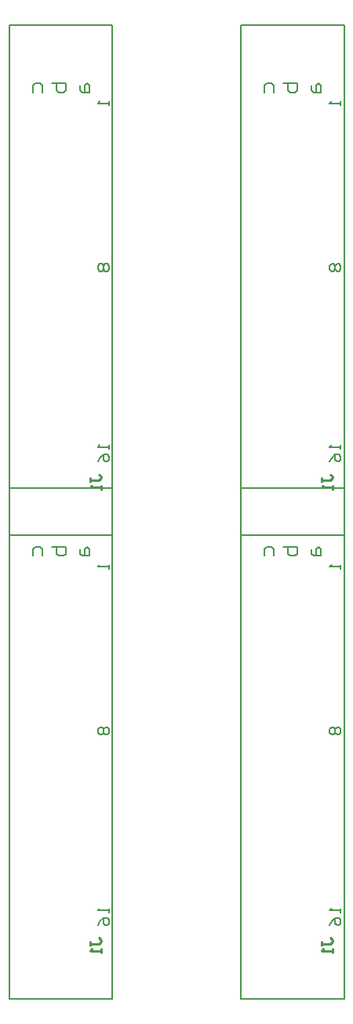
<source format=gbo>
%FSLAX23Y23*%
%MOIN*%
G70*
G01*
G75*
G04 Layer_Color=32896*
%ADD10C,0.015*%
%ADD11C,0.025*%
%ADD12C,0.120*%
%ADD13C,0.055*%
%ADD14C,0.065*%
%ADD15R,0.065X0.065*%
%ADD16C,0.059*%
%ADD17R,0.059X0.059*%
%ADD18C,0.020*%
%ADD19C,0.008*%
%ADD20C,0.010*%
%ADD21C,0.128*%
%ADD22C,0.063*%
%ADD23C,0.073*%
%ADD24R,0.073X0.073*%
%ADD25C,0.067*%
%ADD26R,0.067X0.067*%
%ADD27C,0.006*%
D19*
X446Y-106D02*
Y2062D01*
X884Y-106D02*
Y2062D01*
X446D02*
X884D01*
X450Y-106D02*
X884D01*
X1431D02*
Y2062D01*
X1868Y-106D02*
Y2062D01*
X1431D02*
X1868D01*
X1434Y-106D02*
X1868D01*
X446Y1863D02*
Y4030D01*
X884Y1863D02*
Y4030D01*
X446D02*
X884D01*
X450Y1863D02*
X884D01*
X1431D02*
Y4030D01*
X1868Y1863D02*
Y4030D01*
X1431D02*
X1868D01*
X1434Y1863D02*
X1868D01*
D20*
X788Y120D02*
Y136D01*
Y128D01*
X827D01*
X835Y136D01*
Y144D01*
X827Y152D01*
X835Y105D02*
Y89D01*
Y97D01*
X788D01*
X796Y105D01*
X1772Y120D02*
Y136D01*
Y128D01*
X1811D01*
X1819Y136D01*
Y144D01*
X1811Y152D01*
X1819Y105D02*
Y89D01*
Y97D01*
X1772D01*
X1780Y105D01*
X788Y2089D02*
Y2105D01*
Y2097D01*
X827D01*
X835Y2105D01*
Y2113D01*
X827Y2120D01*
X835Y2073D02*
Y2057D01*
Y2065D01*
X788D01*
X796Y2073D01*
X1772Y2089D02*
Y2105D01*
Y2097D01*
X1811D01*
X1819Y2105D01*
Y2113D01*
X1811Y2120D01*
X1819Y2073D02*
Y2057D01*
Y2065D01*
X1772D01*
X1780Y2073D01*
D27*
X870Y1737D02*
Y1721D01*
Y1729D01*
X823D01*
X831Y1737D01*
X745Y1804D02*
Y1784D01*
X755Y1775D01*
X785D01*
Y1804D01*
X775Y1814D01*
X765Y1804D01*
Y1775D01*
X626Y1814D02*
X685D01*
Y1784D01*
X675Y1775D01*
X665D01*
X655D01*
X645Y1784D01*
Y1814D01*
X545Y1775D02*
Y1804D01*
X555Y1814D01*
X575D01*
X585Y1804D01*
Y1775D01*
X831Y1047D02*
X823Y1039D01*
Y1023D01*
X831Y1015D01*
X839D01*
X846Y1023D01*
X854Y1015D01*
X862D01*
X870Y1023D01*
Y1039D01*
X862Y1047D01*
X854D01*
X846Y1039D01*
X839Y1047D01*
X831D01*
X846Y1039D02*
Y1023D01*
X870Y277D02*
Y261D01*
Y269D01*
X823D01*
X831Y277D01*
X823Y206D02*
X831Y222D01*
X846Y238D01*
X862D01*
X870Y230D01*
Y214D01*
X862Y206D01*
X854D01*
X846Y214D01*
Y238D01*
X1854Y1737D02*
Y1721D01*
Y1729D01*
X1807D01*
X1815Y1737D01*
X1730Y1804D02*
Y1784D01*
X1739Y1775D01*
X1769D01*
Y1804D01*
X1759Y1814D01*
X1749Y1804D01*
Y1775D01*
X1610Y1814D02*
X1669D01*
Y1784D01*
X1659Y1775D01*
X1649D01*
X1639D01*
X1630Y1784D01*
Y1814D01*
X1530Y1775D02*
Y1804D01*
X1539Y1814D01*
X1559D01*
X1569Y1804D01*
Y1775D01*
X1815Y1047D02*
X1807Y1039D01*
Y1023D01*
X1815Y1015D01*
X1823D01*
X1831Y1023D01*
X1839Y1015D01*
X1846D01*
X1854Y1023D01*
Y1039D01*
X1846Y1047D01*
X1839D01*
X1831Y1039D01*
X1823Y1047D01*
X1815D01*
X1831Y1039D02*
Y1023D01*
X1854Y277D02*
Y261D01*
Y269D01*
X1807D01*
X1815Y277D01*
X1807Y206D02*
X1815Y222D01*
X1831Y238D01*
X1846D01*
X1854Y230D01*
Y214D01*
X1846Y206D01*
X1839D01*
X1831Y214D01*
Y238D01*
X870Y3705D02*
Y3690D01*
Y3698D01*
X823D01*
X831Y3705D01*
X745Y3773D02*
Y3753D01*
X755Y3743D01*
X785D01*
Y3773D01*
X775Y3782D01*
X765Y3773D01*
Y3743D01*
X626Y3782D02*
X685D01*
Y3753D01*
X675Y3743D01*
X665D01*
X655D01*
X645Y3753D01*
Y3782D01*
X545Y3743D02*
Y3773D01*
X555Y3782D01*
X575D01*
X585Y3773D01*
Y3743D01*
X831Y3015D02*
X823Y3008D01*
Y2992D01*
X831Y2984D01*
X839D01*
X846Y2992D01*
X854Y2984D01*
X862D01*
X870Y2992D01*
Y3008D01*
X862Y3015D01*
X854D01*
X846Y3008D01*
X839Y3015D01*
X831D01*
X846Y3008D02*
Y2992D01*
X870Y2245D02*
Y2230D01*
Y2238D01*
X823D01*
X831Y2245D01*
X823Y2175D02*
X831Y2190D01*
X846Y2206D01*
X862D01*
X870Y2198D01*
Y2182D01*
X862Y2175D01*
X854D01*
X846Y2182D01*
Y2206D01*
X1854Y3705D02*
Y3690D01*
Y3698D01*
X1807D01*
X1815Y3705D01*
X1730Y3773D02*
Y3753D01*
X1739Y3743D01*
X1769D01*
Y3773D01*
X1759Y3782D01*
X1749Y3773D01*
Y3743D01*
X1610Y3782D02*
X1669D01*
Y3753D01*
X1659Y3743D01*
X1649D01*
X1639D01*
X1630Y3753D01*
Y3782D01*
X1530Y3743D02*
Y3773D01*
X1539Y3782D01*
X1559D01*
X1569Y3773D01*
Y3743D01*
X1815Y3015D02*
X1807Y3008D01*
Y2992D01*
X1815Y2984D01*
X1823D01*
X1831Y2992D01*
X1839Y2984D01*
X1846D01*
X1854Y2992D01*
Y3008D01*
X1846Y3015D01*
X1839D01*
X1831Y3008D01*
X1823Y3015D01*
X1815D01*
X1831Y3008D02*
Y2992D01*
X1854Y2245D02*
Y2230D01*
Y2238D01*
X1807D01*
X1815Y2245D01*
X1807Y2175D02*
X1815Y2190D01*
X1831Y2206D01*
X1846D01*
X1854Y2198D01*
Y2182D01*
X1846Y2175D01*
X1839D01*
X1831Y2182D01*
Y2206D01*
M02*

</source>
